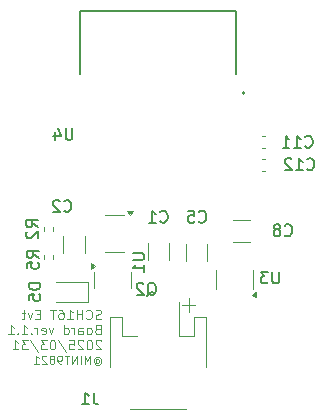
<source format=gbo>
G04 #@! TF.GenerationSoftware,KiCad,Pcbnew,7.0.11*
G04 #@! TF.CreationDate,2025-04-13T23:55:20+09:00*
G04 #@! TF.ProjectId,sch16t_evt,73636831-3674-45f6-9576-742e6b696361,rev?*
G04 #@! TF.SameCoordinates,Original*
G04 #@! TF.FileFunction,Legend,Bot*
G04 #@! TF.FilePolarity,Positive*
%FSLAX46Y46*%
G04 Gerber Fmt 4.6, Leading zero omitted, Abs format (unit mm)*
G04 Created by KiCad (PCBNEW 7.0.11) date 2025-04-13 23:55:20*
%MOMM*%
%LPD*%
G01*
G04 APERTURE LIST*
%ADD10C,0.100000*%
%ADD11C,0.150000*%
%ADD12C,0.120000*%
%ADD13C,0.127000*%
%ADD14C,0.200000*%
G04 APERTURE END LIST*
D10*
X153177068Y-105539800D02*
X152034211Y-105539800D01*
X152605639Y-106111228D02*
X152605639Y-104968371D01*
X144734211Y-110175800D02*
X144767544Y-110142466D01*
X144767544Y-110142466D02*
X144834211Y-110109133D01*
X144834211Y-110109133D02*
X144900877Y-110109133D01*
X144900877Y-110109133D02*
X144967544Y-110142466D01*
X144967544Y-110142466D02*
X145000877Y-110175800D01*
X145000877Y-110175800D02*
X145034211Y-110242466D01*
X145034211Y-110242466D02*
X145034211Y-110309133D01*
X145034211Y-110309133D02*
X145000877Y-110375800D01*
X145000877Y-110375800D02*
X144967544Y-110409133D01*
X144967544Y-110409133D02*
X144900877Y-110442466D01*
X144900877Y-110442466D02*
X144834211Y-110442466D01*
X144834211Y-110442466D02*
X144767544Y-110409133D01*
X144767544Y-110409133D02*
X144734211Y-110375800D01*
X144734211Y-110109133D02*
X144734211Y-110375800D01*
X144734211Y-110375800D02*
X144700877Y-110409133D01*
X144700877Y-110409133D02*
X144667544Y-110409133D01*
X144667544Y-110409133D02*
X144600877Y-110375800D01*
X144600877Y-110375800D02*
X144567544Y-110309133D01*
X144567544Y-110309133D02*
X144567544Y-110142466D01*
X144567544Y-110142466D02*
X144634211Y-110042466D01*
X144634211Y-110042466D02*
X144734211Y-109975800D01*
X144734211Y-109975800D02*
X144867544Y-109942466D01*
X144867544Y-109942466D02*
X145000877Y-109975800D01*
X145000877Y-109975800D02*
X145100877Y-110042466D01*
X145100877Y-110042466D02*
X145167544Y-110142466D01*
X145167544Y-110142466D02*
X145200877Y-110275800D01*
X145200877Y-110275800D02*
X145167544Y-110409133D01*
X145167544Y-110409133D02*
X145100877Y-110509133D01*
X145100877Y-110509133D02*
X145000877Y-110575800D01*
X145000877Y-110575800D02*
X144867544Y-110609133D01*
X144867544Y-110609133D02*
X144734211Y-110575800D01*
X144734211Y-110575800D02*
X144634211Y-110509133D01*
X144267544Y-110509133D02*
X144267544Y-109809133D01*
X144267544Y-109809133D02*
X144034211Y-110309133D01*
X144034211Y-110309133D02*
X143800877Y-109809133D01*
X143800877Y-109809133D02*
X143800877Y-110509133D01*
X143467544Y-110509133D02*
X143467544Y-109809133D01*
X143134211Y-110509133D02*
X143134211Y-109809133D01*
X143134211Y-109809133D02*
X142734211Y-110509133D01*
X142734211Y-110509133D02*
X142734211Y-109809133D01*
X142500878Y-109809133D02*
X142100878Y-109809133D01*
X142300878Y-110509133D02*
X142300878Y-109809133D01*
X141834212Y-110509133D02*
X141700878Y-110509133D01*
X141700878Y-110509133D02*
X141634212Y-110475800D01*
X141634212Y-110475800D02*
X141600878Y-110442466D01*
X141600878Y-110442466D02*
X141534212Y-110342466D01*
X141534212Y-110342466D02*
X141500878Y-110209133D01*
X141500878Y-110209133D02*
X141500878Y-109942466D01*
X141500878Y-109942466D02*
X141534212Y-109875800D01*
X141534212Y-109875800D02*
X141567545Y-109842466D01*
X141567545Y-109842466D02*
X141634212Y-109809133D01*
X141634212Y-109809133D02*
X141767545Y-109809133D01*
X141767545Y-109809133D02*
X141834212Y-109842466D01*
X141834212Y-109842466D02*
X141867545Y-109875800D01*
X141867545Y-109875800D02*
X141900878Y-109942466D01*
X141900878Y-109942466D02*
X141900878Y-110109133D01*
X141900878Y-110109133D02*
X141867545Y-110175800D01*
X141867545Y-110175800D02*
X141834212Y-110209133D01*
X141834212Y-110209133D02*
X141767545Y-110242466D01*
X141767545Y-110242466D02*
X141634212Y-110242466D01*
X141634212Y-110242466D02*
X141567545Y-110209133D01*
X141567545Y-110209133D02*
X141534212Y-110175800D01*
X141534212Y-110175800D02*
X141500878Y-110109133D01*
X141100878Y-110109133D02*
X141167545Y-110075800D01*
X141167545Y-110075800D02*
X141200878Y-110042466D01*
X141200878Y-110042466D02*
X141234211Y-109975800D01*
X141234211Y-109975800D02*
X141234211Y-109942466D01*
X141234211Y-109942466D02*
X141200878Y-109875800D01*
X141200878Y-109875800D02*
X141167545Y-109842466D01*
X141167545Y-109842466D02*
X141100878Y-109809133D01*
X141100878Y-109809133D02*
X140967545Y-109809133D01*
X140967545Y-109809133D02*
X140900878Y-109842466D01*
X140900878Y-109842466D02*
X140867545Y-109875800D01*
X140867545Y-109875800D02*
X140834211Y-109942466D01*
X140834211Y-109942466D02*
X140834211Y-109975800D01*
X140834211Y-109975800D02*
X140867545Y-110042466D01*
X140867545Y-110042466D02*
X140900878Y-110075800D01*
X140900878Y-110075800D02*
X140967545Y-110109133D01*
X140967545Y-110109133D02*
X141100878Y-110109133D01*
X141100878Y-110109133D02*
X141167545Y-110142466D01*
X141167545Y-110142466D02*
X141200878Y-110175800D01*
X141200878Y-110175800D02*
X141234211Y-110242466D01*
X141234211Y-110242466D02*
X141234211Y-110375800D01*
X141234211Y-110375800D02*
X141200878Y-110442466D01*
X141200878Y-110442466D02*
X141167545Y-110475800D01*
X141167545Y-110475800D02*
X141100878Y-110509133D01*
X141100878Y-110509133D02*
X140967545Y-110509133D01*
X140967545Y-110509133D02*
X140900878Y-110475800D01*
X140900878Y-110475800D02*
X140867545Y-110442466D01*
X140867545Y-110442466D02*
X140834211Y-110375800D01*
X140834211Y-110375800D02*
X140834211Y-110242466D01*
X140834211Y-110242466D02*
X140867545Y-110175800D01*
X140867545Y-110175800D02*
X140900878Y-110142466D01*
X140900878Y-110142466D02*
X140967545Y-110109133D01*
X140567544Y-109875800D02*
X140534211Y-109842466D01*
X140534211Y-109842466D02*
X140467544Y-109809133D01*
X140467544Y-109809133D02*
X140300878Y-109809133D01*
X140300878Y-109809133D02*
X140234211Y-109842466D01*
X140234211Y-109842466D02*
X140200878Y-109875800D01*
X140200878Y-109875800D02*
X140167544Y-109942466D01*
X140167544Y-109942466D02*
X140167544Y-110009133D01*
X140167544Y-110009133D02*
X140200878Y-110109133D01*
X140200878Y-110109133D02*
X140600878Y-110509133D01*
X140600878Y-110509133D02*
X140167544Y-110509133D01*
X139500877Y-110509133D02*
X139900877Y-110509133D01*
X139700877Y-110509133D02*
X139700877Y-109809133D01*
X139700877Y-109809133D02*
X139767544Y-109909133D01*
X139767544Y-109909133D02*
X139834211Y-109975800D01*
X139834211Y-109975800D02*
X139900877Y-110009133D01*
X145181830Y-106682800D02*
X145067544Y-106720895D01*
X145067544Y-106720895D02*
X144877068Y-106720895D01*
X144877068Y-106720895D02*
X144800877Y-106682800D01*
X144800877Y-106682800D02*
X144762782Y-106644704D01*
X144762782Y-106644704D02*
X144724687Y-106568514D01*
X144724687Y-106568514D02*
X144724687Y-106492323D01*
X144724687Y-106492323D02*
X144762782Y-106416133D01*
X144762782Y-106416133D02*
X144800877Y-106378038D01*
X144800877Y-106378038D02*
X144877068Y-106339942D01*
X144877068Y-106339942D02*
X145029449Y-106301847D01*
X145029449Y-106301847D02*
X145105639Y-106263752D01*
X145105639Y-106263752D02*
X145143734Y-106225657D01*
X145143734Y-106225657D02*
X145181830Y-106149466D01*
X145181830Y-106149466D02*
X145181830Y-106073276D01*
X145181830Y-106073276D02*
X145143734Y-105997085D01*
X145143734Y-105997085D02*
X145105639Y-105958990D01*
X145105639Y-105958990D02*
X145029449Y-105920895D01*
X145029449Y-105920895D02*
X144838972Y-105920895D01*
X144838972Y-105920895D02*
X144724687Y-105958990D01*
X143924686Y-106644704D02*
X143962782Y-106682800D01*
X143962782Y-106682800D02*
X144077067Y-106720895D01*
X144077067Y-106720895D02*
X144153258Y-106720895D01*
X144153258Y-106720895D02*
X144267544Y-106682800D01*
X144267544Y-106682800D02*
X144343734Y-106606609D01*
X144343734Y-106606609D02*
X144381829Y-106530419D01*
X144381829Y-106530419D02*
X144419925Y-106378038D01*
X144419925Y-106378038D02*
X144419925Y-106263752D01*
X144419925Y-106263752D02*
X144381829Y-106111371D01*
X144381829Y-106111371D02*
X144343734Y-106035180D01*
X144343734Y-106035180D02*
X144267544Y-105958990D01*
X144267544Y-105958990D02*
X144153258Y-105920895D01*
X144153258Y-105920895D02*
X144077067Y-105920895D01*
X144077067Y-105920895D02*
X143962782Y-105958990D01*
X143962782Y-105958990D02*
X143924686Y-105997085D01*
X143581829Y-106720895D02*
X143581829Y-105920895D01*
X143581829Y-106301847D02*
X143124686Y-106301847D01*
X143124686Y-106720895D02*
X143124686Y-105920895D01*
X142324687Y-106720895D02*
X142781830Y-106720895D01*
X142553258Y-106720895D02*
X142553258Y-105920895D01*
X142553258Y-105920895D02*
X142629449Y-106035180D01*
X142629449Y-106035180D02*
X142705639Y-106111371D01*
X142705639Y-106111371D02*
X142781830Y-106149466D01*
X141638972Y-105920895D02*
X141791353Y-105920895D01*
X141791353Y-105920895D02*
X141867544Y-105958990D01*
X141867544Y-105958990D02*
X141905639Y-105997085D01*
X141905639Y-105997085D02*
X141981829Y-106111371D01*
X141981829Y-106111371D02*
X142019925Y-106263752D01*
X142019925Y-106263752D02*
X142019925Y-106568514D01*
X142019925Y-106568514D02*
X141981829Y-106644704D01*
X141981829Y-106644704D02*
X141943734Y-106682800D01*
X141943734Y-106682800D02*
X141867544Y-106720895D01*
X141867544Y-106720895D02*
X141715163Y-106720895D01*
X141715163Y-106720895D02*
X141638972Y-106682800D01*
X141638972Y-106682800D02*
X141600877Y-106644704D01*
X141600877Y-106644704D02*
X141562782Y-106568514D01*
X141562782Y-106568514D02*
X141562782Y-106378038D01*
X141562782Y-106378038D02*
X141600877Y-106301847D01*
X141600877Y-106301847D02*
X141638972Y-106263752D01*
X141638972Y-106263752D02*
X141715163Y-106225657D01*
X141715163Y-106225657D02*
X141867544Y-106225657D01*
X141867544Y-106225657D02*
X141943734Y-106263752D01*
X141943734Y-106263752D02*
X141981829Y-106301847D01*
X141981829Y-106301847D02*
X142019925Y-106378038D01*
X141334210Y-105920895D02*
X140877067Y-105920895D01*
X141105639Y-106720895D02*
X141105639Y-105920895D01*
X140000876Y-106301847D02*
X139734210Y-106301847D01*
X139619924Y-106720895D02*
X140000876Y-106720895D01*
X140000876Y-106720895D02*
X140000876Y-105920895D01*
X140000876Y-105920895D02*
X139619924Y-105920895D01*
X139353257Y-106187561D02*
X139162781Y-106720895D01*
X139162781Y-106720895D02*
X138972304Y-106187561D01*
X138781828Y-106187561D02*
X138477066Y-106187561D01*
X138667542Y-105920895D02*
X138667542Y-106606609D01*
X138667542Y-106606609D02*
X138629447Y-106682800D01*
X138629447Y-106682800D02*
X138553257Y-106720895D01*
X138553257Y-106720895D02*
X138477066Y-106720895D01*
X144877068Y-107589847D02*
X144762782Y-107627942D01*
X144762782Y-107627942D02*
X144724687Y-107666038D01*
X144724687Y-107666038D02*
X144686591Y-107742228D01*
X144686591Y-107742228D02*
X144686591Y-107856514D01*
X144686591Y-107856514D02*
X144724687Y-107932704D01*
X144724687Y-107932704D02*
X144762782Y-107970800D01*
X144762782Y-107970800D02*
X144838972Y-108008895D01*
X144838972Y-108008895D02*
X145143734Y-108008895D01*
X145143734Y-108008895D02*
X145143734Y-107208895D01*
X145143734Y-107208895D02*
X144877068Y-107208895D01*
X144877068Y-107208895D02*
X144800877Y-107246990D01*
X144800877Y-107246990D02*
X144762782Y-107285085D01*
X144762782Y-107285085D02*
X144724687Y-107361276D01*
X144724687Y-107361276D02*
X144724687Y-107437466D01*
X144724687Y-107437466D02*
X144762782Y-107513657D01*
X144762782Y-107513657D02*
X144800877Y-107551752D01*
X144800877Y-107551752D02*
X144877068Y-107589847D01*
X144877068Y-107589847D02*
X145143734Y-107589847D01*
X144229449Y-108008895D02*
X144305639Y-107970800D01*
X144305639Y-107970800D02*
X144343734Y-107932704D01*
X144343734Y-107932704D02*
X144381830Y-107856514D01*
X144381830Y-107856514D02*
X144381830Y-107627942D01*
X144381830Y-107627942D02*
X144343734Y-107551752D01*
X144343734Y-107551752D02*
X144305639Y-107513657D01*
X144305639Y-107513657D02*
X144229449Y-107475561D01*
X144229449Y-107475561D02*
X144115163Y-107475561D01*
X144115163Y-107475561D02*
X144038972Y-107513657D01*
X144038972Y-107513657D02*
X144000877Y-107551752D01*
X144000877Y-107551752D02*
X143962782Y-107627942D01*
X143962782Y-107627942D02*
X143962782Y-107856514D01*
X143962782Y-107856514D02*
X144000877Y-107932704D01*
X144000877Y-107932704D02*
X144038972Y-107970800D01*
X144038972Y-107970800D02*
X144115163Y-108008895D01*
X144115163Y-108008895D02*
X144229449Y-108008895D01*
X143277067Y-108008895D02*
X143277067Y-107589847D01*
X143277067Y-107589847D02*
X143315162Y-107513657D01*
X143315162Y-107513657D02*
X143391353Y-107475561D01*
X143391353Y-107475561D02*
X143543734Y-107475561D01*
X143543734Y-107475561D02*
X143619924Y-107513657D01*
X143277067Y-107970800D02*
X143353258Y-108008895D01*
X143353258Y-108008895D02*
X143543734Y-108008895D01*
X143543734Y-108008895D02*
X143619924Y-107970800D01*
X143619924Y-107970800D02*
X143658020Y-107894609D01*
X143658020Y-107894609D02*
X143658020Y-107818419D01*
X143658020Y-107818419D02*
X143619924Y-107742228D01*
X143619924Y-107742228D02*
X143543734Y-107704133D01*
X143543734Y-107704133D02*
X143353258Y-107704133D01*
X143353258Y-107704133D02*
X143277067Y-107666038D01*
X142896114Y-108008895D02*
X142896114Y-107475561D01*
X142896114Y-107627942D02*
X142858019Y-107551752D01*
X142858019Y-107551752D02*
X142819924Y-107513657D01*
X142819924Y-107513657D02*
X142743733Y-107475561D01*
X142743733Y-107475561D02*
X142667543Y-107475561D01*
X142058019Y-108008895D02*
X142058019Y-107208895D01*
X142058019Y-107970800D02*
X142134210Y-108008895D01*
X142134210Y-108008895D02*
X142286591Y-108008895D01*
X142286591Y-108008895D02*
X142362781Y-107970800D01*
X142362781Y-107970800D02*
X142400876Y-107932704D01*
X142400876Y-107932704D02*
X142438972Y-107856514D01*
X142438972Y-107856514D02*
X142438972Y-107627942D01*
X142438972Y-107627942D02*
X142400876Y-107551752D01*
X142400876Y-107551752D02*
X142362781Y-107513657D01*
X142362781Y-107513657D02*
X142286591Y-107475561D01*
X142286591Y-107475561D02*
X142134210Y-107475561D01*
X142134210Y-107475561D02*
X142058019Y-107513657D01*
X141143733Y-107475561D02*
X140953257Y-108008895D01*
X140953257Y-108008895D02*
X140762780Y-107475561D01*
X140153256Y-107970800D02*
X140229447Y-108008895D01*
X140229447Y-108008895D02*
X140381828Y-108008895D01*
X140381828Y-108008895D02*
X140458018Y-107970800D01*
X140458018Y-107970800D02*
X140496114Y-107894609D01*
X140496114Y-107894609D02*
X140496114Y-107589847D01*
X140496114Y-107589847D02*
X140458018Y-107513657D01*
X140458018Y-107513657D02*
X140381828Y-107475561D01*
X140381828Y-107475561D02*
X140229447Y-107475561D01*
X140229447Y-107475561D02*
X140153256Y-107513657D01*
X140153256Y-107513657D02*
X140115161Y-107589847D01*
X140115161Y-107589847D02*
X140115161Y-107666038D01*
X140115161Y-107666038D02*
X140496114Y-107742228D01*
X139772304Y-108008895D02*
X139772304Y-107475561D01*
X139772304Y-107627942D02*
X139734209Y-107551752D01*
X139734209Y-107551752D02*
X139696114Y-107513657D01*
X139696114Y-107513657D02*
X139619923Y-107475561D01*
X139619923Y-107475561D02*
X139543733Y-107475561D01*
X139277066Y-107932704D02*
X139238971Y-107970800D01*
X139238971Y-107970800D02*
X139277066Y-108008895D01*
X139277066Y-108008895D02*
X139315162Y-107970800D01*
X139315162Y-107970800D02*
X139277066Y-107932704D01*
X139277066Y-107932704D02*
X139277066Y-108008895D01*
X138477067Y-108008895D02*
X138934210Y-108008895D01*
X138705638Y-108008895D02*
X138705638Y-107208895D01*
X138705638Y-107208895D02*
X138781829Y-107323180D01*
X138781829Y-107323180D02*
X138858019Y-107399371D01*
X138858019Y-107399371D02*
X138934210Y-107437466D01*
X138134209Y-107932704D02*
X138096114Y-107970800D01*
X138096114Y-107970800D02*
X138134209Y-108008895D01*
X138134209Y-108008895D02*
X138172305Y-107970800D01*
X138172305Y-107970800D02*
X138134209Y-107932704D01*
X138134209Y-107932704D02*
X138134209Y-108008895D01*
X137334210Y-108008895D02*
X137791353Y-108008895D01*
X137562781Y-108008895D02*
X137562781Y-107208895D01*
X137562781Y-107208895D02*
X137638972Y-107323180D01*
X137638972Y-107323180D02*
X137715162Y-107399371D01*
X137715162Y-107399371D02*
X137791353Y-107437466D01*
X145181830Y-108573085D02*
X145143734Y-108534990D01*
X145143734Y-108534990D02*
X145067544Y-108496895D01*
X145067544Y-108496895D02*
X144877068Y-108496895D01*
X144877068Y-108496895D02*
X144800877Y-108534990D01*
X144800877Y-108534990D02*
X144762782Y-108573085D01*
X144762782Y-108573085D02*
X144724687Y-108649276D01*
X144724687Y-108649276D02*
X144724687Y-108725466D01*
X144724687Y-108725466D02*
X144762782Y-108839752D01*
X144762782Y-108839752D02*
X145219925Y-109296895D01*
X145219925Y-109296895D02*
X144724687Y-109296895D01*
X144229448Y-108496895D02*
X144153258Y-108496895D01*
X144153258Y-108496895D02*
X144077067Y-108534990D01*
X144077067Y-108534990D02*
X144038972Y-108573085D01*
X144038972Y-108573085D02*
X144000877Y-108649276D01*
X144000877Y-108649276D02*
X143962782Y-108801657D01*
X143962782Y-108801657D02*
X143962782Y-108992133D01*
X143962782Y-108992133D02*
X144000877Y-109144514D01*
X144000877Y-109144514D02*
X144038972Y-109220704D01*
X144038972Y-109220704D02*
X144077067Y-109258800D01*
X144077067Y-109258800D02*
X144153258Y-109296895D01*
X144153258Y-109296895D02*
X144229448Y-109296895D01*
X144229448Y-109296895D02*
X144305639Y-109258800D01*
X144305639Y-109258800D02*
X144343734Y-109220704D01*
X144343734Y-109220704D02*
X144381829Y-109144514D01*
X144381829Y-109144514D02*
X144419925Y-108992133D01*
X144419925Y-108992133D02*
X144419925Y-108801657D01*
X144419925Y-108801657D02*
X144381829Y-108649276D01*
X144381829Y-108649276D02*
X144343734Y-108573085D01*
X144343734Y-108573085D02*
X144305639Y-108534990D01*
X144305639Y-108534990D02*
X144229448Y-108496895D01*
X143658020Y-108573085D02*
X143619924Y-108534990D01*
X143619924Y-108534990D02*
X143543734Y-108496895D01*
X143543734Y-108496895D02*
X143353258Y-108496895D01*
X143353258Y-108496895D02*
X143277067Y-108534990D01*
X143277067Y-108534990D02*
X143238972Y-108573085D01*
X143238972Y-108573085D02*
X143200877Y-108649276D01*
X143200877Y-108649276D02*
X143200877Y-108725466D01*
X143200877Y-108725466D02*
X143238972Y-108839752D01*
X143238972Y-108839752D02*
X143696115Y-109296895D01*
X143696115Y-109296895D02*
X143200877Y-109296895D01*
X142477067Y-108496895D02*
X142858019Y-108496895D01*
X142858019Y-108496895D02*
X142896115Y-108877847D01*
X142896115Y-108877847D02*
X142858019Y-108839752D01*
X142858019Y-108839752D02*
X142781829Y-108801657D01*
X142781829Y-108801657D02*
X142591353Y-108801657D01*
X142591353Y-108801657D02*
X142515162Y-108839752D01*
X142515162Y-108839752D02*
X142477067Y-108877847D01*
X142477067Y-108877847D02*
X142438972Y-108954038D01*
X142438972Y-108954038D02*
X142438972Y-109144514D01*
X142438972Y-109144514D02*
X142477067Y-109220704D01*
X142477067Y-109220704D02*
X142515162Y-109258800D01*
X142515162Y-109258800D02*
X142591353Y-109296895D01*
X142591353Y-109296895D02*
X142781829Y-109296895D01*
X142781829Y-109296895D02*
X142858019Y-109258800D01*
X142858019Y-109258800D02*
X142896115Y-109220704D01*
X141524686Y-108458800D02*
X142210400Y-109487371D01*
X141105638Y-108496895D02*
X141029448Y-108496895D01*
X141029448Y-108496895D02*
X140953257Y-108534990D01*
X140953257Y-108534990D02*
X140915162Y-108573085D01*
X140915162Y-108573085D02*
X140877067Y-108649276D01*
X140877067Y-108649276D02*
X140838972Y-108801657D01*
X140838972Y-108801657D02*
X140838972Y-108992133D01*
X140838972Y-108992133D02*
X140877067Y-109144514D01*
X140877067Y-109144514D02*
X140915162Y-109220704D01*
X140915162Y-109220704D02*
X140953257Y-109258800D01*
X140953257Y-109258800D02*
X141029448Y-109296895D01*
X141029448Y-109296895D02*
X141105638Y-109296895D01*
X141105638Y-109296895D02*
X141181829Y-109258800D01*
X141181829Y-109258800D02*
X141219924Y-109220704D01*
X141219924Y-109220704D02*
X141258019Y-109144514D01*
X141258019Y-109144514D02*
X141296115Y-108992133D01*
X141296115Y-108992133D02*
X141296115Y-108801657D01*
X141296115Y-108801657D02*
X141258019Y-108649276D01*
X141258019Y-108649276D02*
X141219924Y-108573085D01*
X141219924Y-108573085D02*
X141181829Y-108534990D01*
X141181829Y-108534990D02*
X141105638Y-108496895D01*
X140572305Y-108496895D02*
X140077067Y-108496895D01*
X140077067Y-108496895D02*
X140343733Y-108801657D01*
X140343733Y-108801657D02*
X140229448Y-108801657D01*
X140229448Y-108801657D02*
X140153257Y-108839752D01*
X140153257Y-108839752D02*
X140115162Y-108877847D01*
X140115162Y-108877847D02*
X140077067Y-108954038D01*
X140077067Y-108954038D02*
X140077067Y-109144514D01*
X140077067Y-109144514D02*
X140115162Y-109220704D01*
X140115162Y-109220704D02*
X140153257Y-109258800D01*
X140153257Y-109258800D02*
X140229448Y-109296895D01*
X140229448Y-109296895D02*
X140458019Y-109296895D01*
X140458019Y-109296895D02*
X140534210Y-109258800D01*
X140534210Y-109258800D02*
X140572305Y-109220704D01*
X139162781Y-108458800D02*
X139848495Y-109487371D01*
X138972305Y-108496895D02*
X138477067Y-108496895D01*
X138477067Y-108496895D02*
X138743733Y-108801657D01*
X138743733Y-108801657D02*
X138629448Y-108801657D01*
X138629448Y-108801657D02*
X138553257Y-108839752D01*
X138553257Y-108839752D02*
X138515162Y-108877847D01*
X138515162Y-108877847D02*
X138477067Y-108954038D01*
X138477067Y-108954038D02*
X138477067Y-109144514D01*
X138477067Y-109144514D02*
X138515162Y-109220704D01*
X138515162Y-109220704D02*
X138553257Y-109258800D01*
X138553257Y-109258800D02*
X138629448Y-109296895D01*
X138629448Y-109296895D02*
X138858019Y-109296895D01*
X138858019Y-109296895D02*
X138934210Y-109258800D01*
X138934210Y-109258800D02*
X138972305Y-109220704D01*
X137715162Y-109296895D02*
X138172305Y-109296895D01*
X137943733Y-109296895D02*
X137943733Y-108496895D01*
X137943733Y-108496895D02*
X138019924Y-108611180D01*
X138019924Y-108611180D02*
X138096114Y-108687371D01*
X138096114Y-108687371D02*
X138172305Y-108725466D01*
D11*
X160741666Y-99609580D02*
X160789285Y-99657200D01*
X160789285Y-99657200D02*
X160932142Y-99704819D01*
X160932142Y-99704819D02*
X161027380Y-99704819D01*
X161027380Y-99704819D02*
X161170237Y-99657200D01*
X161170237Y-99657200D02*
X161265475Y-99561961D01*
X161265475Y-99561961D02*
X161313094Y-99466723D01*
X161313094Y-99466723D02*
X161360713Y-99276247D01*
X161360713Y-99276247D02*
X161360713Y-99133390D01*
X161360713Y-99133390D02*
X161313094Y-98942914D01*
X161313094Y-98942914D02*
X161265475Y-98847676D01*
X161265475Y-98847676D02*
X161170237Y-98752438D01*
X161170237Y-98752438D02*
X161027380Y-98704819D01*
X161027380Y-98704819D02*
X160932142Y-98704819D01*
X160932142Y-98704819D02*
X160789285Y-98752438D01*
X160789285Y-98752438D02*
X160741666Y-98800057D01*
X160170237Y-99133390D02*
X160265475Y-99085771D01*
X160265475Y-99085771D02*
X160313094Y-99038152D01*
X160313094Y-99038152D02*
X160360713Y-98942914D01*
X160360713Y-98942914D02*
X160360713Y-98895295D01*
X160360713Y-98895295D02*
X160313094Y-98800057D01*
X160313094Y-98800057D02*
X160265475Y-98752438D01*
X160265475Y-98752438D02*
X160170237Y-98704819D01*
X160170237Y-98704819D02*
X159979761Y-98704819D01*
X159979761Y-98704819D02*
X159884523Y-98752438D01*
X159884523Y-98752438D02*
X159836904Y-98800057D01*
X159836904Y-98800057D02*
X159789285Y-98895295D01*
X159789285Y-98895295D02*
X159789285Y-98942914D01*
X159789285Y-98942914D02*
X159836904Y-99038152D01*
X159836904Y-99038152D02*
X159884523Y-99085771D01*
X159884523Y-99085771D02*
X159979761Y-99133390D01*
X159979761Y-99133390D02*
X160170237Y-99133390D01*
X160170237Y-99133390D02*
X160265475Y-99181009D01*
X160265475Y-99181009D02*
X160313094Y-99228628D01*
X160313094Y-99228628D02*
X160360713Y-99323866D01*
X160360713Y-99323866D02*
X160360713Y-99514342D01*
X160360713Y-99514342D02*
X160313094Y-99609580D01*
X160313094Y-99609580D02*
X160265475Y-99657200D01*
X160265475Y-99657200D02*
X160170237Y-99704819D01*
X160170237Y-99704819D02*
X159979761Y-99704819D01*
X159979761Y-99704819D02*
X159884523Y-99657200D01*
X159884523Y-99657200D02*
X159836904Y-99609580D01*
X159836904Y-99609580D02*
X159789285Y-99514342D01*
X159789285Y-99514342D02*
X159789285Y-99323866D01*
X159789285Y-99323866D02*
X159836904Y-99228628D01*
X159836904Y-99228628D02*
X159884523Y-99181009D01*
X159884523Y-99181009D02*
X159979761Y-99133390D01*
X153466666Y-98459580D02*
X153514285Y-98507200D01*
X153514285Y-98507200D02*
X153657142Y-98554819D01*
X153657142Y-98554819D02*
X153752380Y-98554819D01*
X153752380Y-98554819D02*
X153895237Y-98507200D01*
X153895237Y-98507200D02*
X153990475Y-98411961D01*
X153990475Y-98411961D02*
X154038094Y-98316723D01*
X154038094Y-98316723D02*
X154085713Y-98126247D01*
X154085713Y-98126247D02*
X154085713Y-97983390D01*
X154085713Y-97983390D02*
X154038094Y-97792914D01*
X154038094Y-97792914D02*
X153990475Y-97697676D01*
X153990475Y-97697676D02*
X153895237Y-97602438D01*
X153895237Y-97602438D02*
X153752380Y-97554819D01*
X153752380Y-97554819D02*
X153657142Y-97554819D01*
X153657142Y-97554819D02*
X153514285Y-97602438D01*
X153514285Y-97602438D02*
X153466666Y-97650057D01*
X152561904Y-97554819D02*
X153038094Y-97554819D01*
X153038094Y-97554819D02*
X153085713Y-98031009D01*
X153085713Y-98031009D02*
X153038094Y-97983390D01*
X153038094Y-97983390D02*
X152942856Y-97935771D01*
X152942856Y-97935771D02*
X152704761Y-97935771D01*
X152704761Y-97935771D02*
X152609523Y-97983390D01*
X152609523Y-97983390D02*
X152561904Y-98031009D01*
X152561904Y-98031009D02*
X152514285Y-98126247D01*
X152514285Y-98126247D02*
X152514285Y-98364342D01*
X152514285Y-98364342D02*
X152561904Y-98459580D01*
X152561904Y-98459580D02*
X152609523Y-98507200D01*
X152609523Y-98507200D02*
X152704761Y-98554819D01*
X152704761Y-98554819D02*
X152942856Y-98554819D01*
X152942856Y-98554819D02*
X153038094Y-98507200D01*
X153038094Y-98507200D02*
X153085713Y-98459580D01*
X160261904Y-102704819D02*
X160261904Y-103514342D01*
X160261904Y-103514342D02*
X160214285Y-103609580D01*
X160214285Y-103609580D02*
X160166666Y-103657200D01*
X160166666Y-103657200D02*
X160071428Y-103704819D01*
X160071428Y-103704819D02*
X159880952Y-103704819D01*
X159880952Y-103704819D02*
X159785714Y-103657200D01*
X159785714Y-103657200D02*
X159738095Y-103609580D01*
X159738095Y-103609580D02*
X159690476Y-103514342D01*
X159690476Y-103514342D02*
X159690476Y-102704819D01*
X159309523Y-102704819D02*
X158690476Y-102704819D01*
X158690476Y-102704819D02*
X159023809Y-103085771D01*
X159023809Y-103085771D02*
X158880952Y-103085771D01*
X158880952Y-103085771D02*
X158785714Y-103133390D01*
X158785714Y-103133390D02*
X158738095Y-103181009D01*
X158738095Y-103181009D02*
X158690476Y-103276247D01*
X158690476Y-103276247D02*
X158690476Y-103514342D01*
X158690476Y-103514342D02*
X158738095Y-103609580D01*
X158738095Y-103609580D02*
X158785714Y-103657200D01*
X158785714Y-103657200D02*
X158880952Y-103704819D01*
X158880952Y-103704819D02*
X159166666Y-103704819D01*
X159166666Y-103704819D02*
X159261904Y-103657200D01*
X159261904Y-103657200D02*
X159309523Y-103609580D01*
X162472857Y-92109580D02*
X162520476Y-92157200D01*
X162520476Y-92157200D02*
X162663333Y-92204819D01*
X162663333Y-92204819D02*
X162758571Y-92204819D01*
X162758571Y-92204819D02*
X162901428Y-92157200D01*
X162901428Y-92157200D02*
X162996666Y-92061961D01*
X162996666Y-92061961D02*
X163044285Y-91966723D01*
X163044285Y-91966723D02*
X163091904Y-91776247D01*
X163091904Y-91776247D02*
X163091904Y-91633390D01*
X163091904Y-91633390D02*
X163044285Y-91442914D01*
X163044285Y-91442914D02*
X162996666Y-91347676D01*
X162996666Y-91347676D02*
X162901428Y-91252438D01*
X162901428Y-91252438D02*
X162758571Y-91204819D01*
X162758571Y-91204819D02*
X162663333Y-91204819D01*
X162663333Y-91204819D02*
X162520476Y-91252438D01*
X162520476Y-91252438D02*
X162472857Y-91300057D01*
X161520476Y-92204819D02*
X162091904Y-92204819D01*
X161806190Y-92204819D02*
X161806190Y-91204819D01*
X161806190Y-91204819D02*
X161901428Y-91347676D01*
X161901428Y-91347676D02*
X161996666Y-91442914D01*
X161996666Y-91442914D02*
X162091904Y-91490533D01*
X160568095Y-92204819D02*
X161139523Y-92204819D01*
X160853809Y-92204819D02*
X160853809Y-91204819D01*
X160853809Y-91204819D02*
X160949047Y-91347676D01*
X160949047Y-91347676D02*
X161044285Y-91442914D01*
X161044285Y-91442914D02*
X161139523Y-91490533D01*
X149095238Y-104750057D02*
X149190476Y-104702438D01*
X149190476Y-104702438D02*
X149285714Y-104607200D01*
X149285714Y-104607200D02*
X149428571Y-104464342D01*
X149428571Y-104464342D02*
X149523809Y-104416723D01*
X149523809Y-104416723D02*
X149619047Y-104416723D01*
X149571428Y-104654819D02*
X149666666Y-104607200D01*
X149666666Y-104607200D02*
X149761904Y-104511961D01*
X149761904Y-104511961D02*
X149809523Y-104321485D01*
X149809523Y-104321485D02*
X149809523Y-103988152D01*
X149809523Y-103988152D02*
X149761904Y-103797676D01*
X149761904Y-103797676D02*
X149666666Y-103702438D01*
X149666666Y-103702438D02*
X149571428Y-103654819D01*
X149571428Y-103654819D02*
X149380952Y-103654819D01*
X149380952Y-103654819D02*
X149285714Y-103702438D01*
X149285714Y-103702438D02*
X149190476Y-103797676D01*
X149190476Y-103797676D02*
X149142857Y-103988152D01*
X149142857Y-103988152D02*
X149142857Y-104321485D01*
X149142857Y-104321485D02*
X149190476Y-104511961D01*
X149190476Y-104511961D02*
X149285714Y-104607200D01*
X149285714Y-104607200D02*
X149380952Y-104654819D01*
X149380952Y-104654819D02*
X149571428Y-104654819D01*
X148761904Y-103750057D02*
X148714285Y-103702438D01*
X148714285Y-103702438D02*
X148619047Y-103654819D01*
X148619047Y-103654819D02*
X148380952Y-103654819D01*
X148380952Y-103654819D02*
X148285714Y-103702438D01*
X148285714Y-103702438D02*
X148238095Y-103750057D01*
X148238095Y-103750057D02*
X148190476Y-103845295D01*
X148190476Y-103845295D02*
X148190476Y-103940533D01*
X148190476Y-103940533D02*
X148238095Y-104083390D01*
X148238095Y-104083390D02*
X148809523Y-104654819D01*
X148809523Y-104654819D02*
X148190476Y-104654819D01*
X144583333Y-112954819D02*
X144583333Y-113669104D01*
X144583333Y-113669104D02*
X144630952Y-113811961D01*
X144630952Y-113811961D02*
X144726190Y-113907200D01*
X144726190Y-113907200D02*
X144869047Y-113954819D01*
X144869047Y-113954819D02*
X144964285Y-113954819D01*
X143583333Y-113954819D02*
X144154761Y-113954819D01*
X143869047Y-113954819D02*
X143869047Y-112954819D01*
X143869047Y-112954819D02*
X143964285Y-113097676D01*
X143964285Y-113097676D02*
X144059523Y-113192914D01*
X144059523Y-113192914D02*
X144154761Y-113240533D01*
X142066666Y-97559580D02*
X142114285Y-97607200D01*
X142114285Y-97607200D02*
X142257142Y-97654819D01*
X142257142Y-97654819D02*
X142352380Y-97654819D01*
X142352380Y-97654819D02*
X142495237Y-97607200D01*
X142495237Y-97607200D02*
X142590475Y-97511961D01*
X142590475Y-97511961D02*
X142638094Y-97416723D01*
X142638094Y-97416723D02*
X142685713Y-97226247D01*
X142685713Y-97226247D02*
X142685713Y-97083390D01*
X142685713Y-97083390D02*
X142638094Y-96892914D01*
X142638094Y-96892914D02*
X142590475Y-96797676D01*
X142590475Y-96797676D02*
X142495237Y-96702438D01*
X142495237Y-96702438D02*
X142352380Y-96654819D01*
X142352380Y-96654819D02*
X142257142Y-96654819D01*
X142257142Y-96654819D02*
X142114285Y-96702438D01*
X142114285Y-96702438D02*
X142066666Y-96750057D01*
X141685713Y-96750057D02*
X141638094Y-96702438D01*
X141638094Y-96702438D02*
X141542856Y-96654819D01*
X141542856Y-96654819D02*
X141304761Y-96654819D01*
X141304761Y-96654819D02*
X141209523Y-96702438D01*
X141209523Y-96702438D02*
X141161904Y-96750057D01*
X141161904Y-96750057D02*
X141114285Y-96845295D01*
X141114285Y-96845295D02*
X141114285Y-96940533D01*
X141114285Y-96940533D02*
X141161904Y-97083390D01*
X141161904Y-97083390D02*
X141733332Y-97654819D01*
X141733332Y-97654819D02*
X141114285Y-97654819D01*
X139904819Y-101533333D02*
X139428628Y-101200000D01*
X139904819Y-100961905D02*
X138904819Y-100961905D01*
X138904819Y-100961905D02*
X138904819Y-101342857D01*
X138904819Y-101342857D02*
X138952438Y-101438095D01*
X138952438Y-101438095D02*
X139000057Y-101485714D01*
X139000057Y-101485714D02*
X139095295Y-101533333D01*
X139095295Y-101533333D02*
X139238152Y-101533333D01*
X139238152Y-101533333D02*
X139333390Y-101485714D01*
X139333390Y-101485714D02*
X139381009Y-101438095D01*
X139381009Y-101438095D02*
X139428628Y-101342857D01*
X139428628Y-101342857D02*
X139428628Y-100961905D01*
X138904819Y-102438095D02*
X138904819Y-101961905D01*
X138904819Y-101961905D02*
X139381009Y-101914286D01*
X139381009Y-101914286D02*
X139333390Y-101961905D01*
X139333390Y-101961905D02*
X139285771Y-102057143D01*
X139285771Y-102057143D02*
X139285771Y-102295238D01*
X139285771Y-102295238D02*
X139333390Y-102390476D01*
X139333390Y-102390476D02*
X139381009Y-102438095D01*
X139381009Y-102438095D02*
X139476247Y-102485714D01*
X139476247Y-102485714D02*
X139714342Y-102485714D01*
X139714342Y-102485714D02*
X139809580Y-102438095D01*
X139809580Y-102438095D02*
X139857200Y-102390476D01*
X139857200Y-102390476D02*
X139904819Y-102295238D01*
X139904819Y-102295238D02*
X139904819Y-102057143D01*
X139904819Y-102057143D02*
X139857200Y-101961905D01*
X139857200Y-101961905D02*
X139809580Y-101914286D01*
X147854819Y-101138095D02*
X148664342Y-101138095D01*
X148664342Y-101138095D02*
X148759580Y-101185714D01*
X148759580Y-101185714D02*
X148807200Y-101233333D01*
X148807200Y-101233333D02*
X148854819Y-101328571D01*
X148854819Y-101328571D02*
X148854819Y-101519047D01*
X148854819Y-101519047D02*
X148807200Y-101614285D01*
X148807200Y-101614285D02*
X148759580Y-101661904D01*
X148759580Y-101661904D02*
X148664342Y-101709523D01*
X148664342Y-101709523D02*
X147854819Y-101709523D01*
X148854819Y-102709523D02*
X148854819Y-102138095D01*
X148854819Y-102423809D02*
X147854819Y-102423809D01*
X147854819Y-102423809D02*
X147997676Y-102328571D01*
X147997676Y-102328571D02*
X148092914Y-102233333D01*
X148092914Y-102233333D02*
X148140533Y-102138095D01*
X139854819Y-98933333D02*
X139378628Y-98600000D01*
X139854819Y-98361905D02*
X138854819Y-98361905D01*
X138854819Y-98361905D02*
X138854819Y-98742857D01*
X138854819Y-98742857D02*
X138902438Y-98838095D01*
X138902438Y-98838095D02*
X138950057Y-98885714D01*
X138950057Y-98885714D02*
X139045295Y-98933333D01*
X139045295Y-98933333D02*
X139188152Y-98933333D01*
X139188152Y-98933333D02*
X139283390Y-98885714D01*
X139283390Y-98885714D02*
X139331009Y-98838095D01*
X139331009Y-98838095D02*
X139378628Y-98742857D01*
X139378628Y-98742857D02*
X139378628Y-98361905D01*
X138950057Y-99314286D02*
X138902438Y-99361905D01*
X138902438Y-99361905D02*
X138854819Y-99457143D01*
X138854819Y-99457143D02*
X138854819Y-99695238D01*
X138854819Y-99695238D02*
X138902438Y-99790476D01*
X138902438Y-99790476D02*
X138950057Y-99838095D01*
X138950057Y-99838095D02*
X139045295Y-99885714D01*
X139045295Y-99885714D02*
X139140533Y-99885714D01*
X139140533Y-99885714D02*
X139283390Y-99838095D01*
X139283390Y-99838095D02*
X139854819Y-99266667D01*
X139854819Y-99266667D02*
X139854819Y-99885714D01*
X142761904Y-90554819D02*
X142761904Y-91364342D01*
X142761904Y-91364342D02*
X142714285Y-91459580D01*
X142714285Y-91459580D02*
X142666666Y-91507200D01*
X142666666Y-91507200D02*
X142571428Y-91554819D01*
X142571428Y-91554819D02*
X142380952Y-91554819D01*
X142380952Y-91554819D02*
X142285714Y-91507200D01*
X142285714Y-91507200D02*
X142238095Y-91459580D01*
X142238095Y-91459580D02*
X142190476Y-91364342D01*
X142190476Y-91364342D02*
X142190476Y-90554819D01*
X141285714Y-90888152D02*
X141285714Y-91554819D01*
X141523809Y-90507200D02*
X141761904Y-91221485D01*
X141761904Y-91221485D02*
X141142857Y-91221485D01*
X150204166Y-98459580D02*
X150251785Y-98507200D01*
X150251785Y-98507200D02*
X150394642Y-98554819D01*
X150394642Y-98554819D02*
X150489880Y-98554819D01*
X150489880Y-98554819D02*
X150632737Y-98507200D01*
X150632737Y-98507200D02*
X150727975Y-98411961D01*
X150727975Y-98411961D02*
X150775594Y-98316723D01*
X150775594Y-98316723D02*
X150823213Y-98126247D01*
X150823213Y-98126247D02*
X150823213Y-97983390D01*
X150823213Y-97983390D02*
X150775594Y-97792914D01*
X150775594Y-97792914D02*
X150727975Y-97697676D01*
X150727975Y-97697676D02*
X150632737Y-97602438D01*
X150632737Y-97602438D02*
X150489880Y-97554819D01*
X150489880Y-97554819D02*
X150394642Y-97554819D01*
X150394642Y-97554819D02*
X150251785Y-97602438D01*
X150251785Y-97602438D02*
X150204166Y-97650057D01*
X149251785Y-98554819D02*
X149823213Y-98554819D01*
X149537499Y-98554819D02*
X149537499Y-97554819D01*
X149537499Y-97554819D02*
X149632737Y-97697676D01*
X149632737Y-97697676D02*
X149727975Y-97792914D01*
X149727975Y-97792914D02*
X149823213Y-97840533D01*
X140054819Y-103661905D02*
X139054819Y-103661905D01*
X139054819Y-103661905D02*
X139054819Y-103900000D01*
X139054819Y-103900000D02*
X139102438Y-104042857D01*
X139102438Y-104042857D02*
X139197676Y-104138095D01*
X139197676Y-104138095D02*
X139292914Y-104185714D01*
X139292914Y-104185714D02*
X139483390Y-104233333D01*
X139483390Y-104233333D02*
X139626247Y-104233333D01*
X139626247Y-104233333D02*
X139816723Y-104185714D01*
X139816723Y-104185714D02*
X139911961Y-104138095D01*
X139911961Y-104138095D02*
X140007200Y-104042857D01*
X140007200Y-104042857D02*
X140054819Y-103900000D01*
X140054819Y-103900000D02*
X140054819Y-103661905D01*
X139054819Y-105138095D02*
X139054819Y-104661905D01*
X139054819Y-104661905D02*
X139531009Y-104614286D01*
X139531009Y-104614286D02*
X139483390Y-104661905D01*
X139483390Y-104661905D02*
X139435771Y-104757143D01*
X139435771Y-104757143D02*
X139435771Y-104995238D01*
X139435771Y-104995238D02*
X139483390Y-105090476D01*
X139483390Y-105090476D02*
X139531009Y-105138095D01*
X139531009Y-105138095D02*
X139626247Y-105185714D01*
X139626247Y-105185714D02*
X139864342Y-105185714D01*
X139864342Y-105185714D02*
X139959580Y-105138095D01*
X139959580Y-105138095D02*
X140007200Y-105090476D01*
X140007200Y-105090476D02*
X140054819Y-104995238D01*
X140054819Y-104995238D02*
X140054819Y-104757143D01*
X140054819Y-104757143D02*
X140007200Y-104661905D01*
X140007200Y-104661905D02*
X139959580Y-104614286D01*
X162628857Y-94014580D02*
X162676476Y-94062200D01*
X162676476Y-94062200D02*
X162819333Y-94109819D01*
X162819333Y-94109819D02*
X162914571Y-94109819D01*
X162914571Y-94109819D02*
X163057428Y-94062200D01*
X163057428Y-94062200D02*
X163152666Y-93966961D01*
X163152666Y-93966961D02*
X163200285Y-93871723D01*
X163200285Y-93871723D02*
X163247904Y-93681247D01*
X163247904Y-93681247D02*
X163247904Y-93538390D01*
X163247904Y-93538390D02*
X163200285Y-93347914D01*
X163200285Y-93347914D02*
X163152666Y-93252676D01*
X163152666Y-93252676D02*
X163057428Y-93157438D01*
X163057428Y-93157438D02*
X162914571Y-93109819D01*
X162914571Y-93109819D02*
X162819333Y-93109819D01*
X162819333Y-93109819D02*
X162676476Y-93157438D01*
X162676476Y-93157438D02*
X162628857Y-93205057D01*
X161676476Y-94109819D02*
X162247904Y-94109819D01*
X161962190Y-94109819D02*
X161962190Y-93109819D01*
X161962190Y-93109819D02*
X162057428Y-93252676D01*
X162057428Y-93252676D02*
X162152666Y-93347914D01*
X162152666Y-93347914D02*
X162247904Y-93395533D01*
X161295523Y-93205057D02*
X161247904Y-93157438D01*
X161247904Y-93157438D02*
X161152666Y-93109819D01*
X161152666Y-93109819D02*
X160914571Y-93109819D01*
X160914571Y-93109819D02*
X160819333Y-93157438D01*
X160819333Y-93157438D02*
X160771714Y-93205057D01*
X160771714Y-93205057D02*
X160724095Y-93300295D01*
X160724095Y-93300295D02*
X160724095Y-93395533D01*
X160724095Y-93395533D02*
X160771714Y-93538390D01*
X160771714Y-93538390D02*
X161343142Y-94109819D01*
X161343142Y-94109819D02*
X160724095Y-94109819D01*
D12*
X157786252Y-100160000D02*
X156363748Y-100160000D01*
X157786252Y-98340000D02*
X156363748Y-98340000D01*
X152340000Y-101786252D02*
X152340000Y-100363748D01*
X154160000Y-101786252D02*
X154160000Y-100363748D01*
X154940000Y-103350000D02*
X154940000Y-104150000D01*
X154940000Y-103350000D02*
X154940000Y-102550000D01*
X158060000Y-103350000D02*
X158060000Y-104150000D01*
X158060000Y-103350000D02*
X158060000Y-102550000D01*
X158340000Y-104890000D02*
X158010000Y-104650000D01*
X158340000Y-104410000D01*
X158340000Y-104890000D01*
G36*
X158340000Y-104890000D02*
G01*
X158010000Y-104650000D01*
X158340000Y-104410000D01*
X158340000Y-104890000D01*
G37*
X158781420Y-91240000D02*
X159062580Y-91240000D01*
X158781420Y-92260000D02*
X159062580Y-92260000D01*
X147710000Y-103400000D02*
X147710000Y-102750000D01*
X147710000Y-103400000D02*
X147710000Y-104050000D01*
X144590000Y-103400000D02*
X144590000Y-102750000D01*
X144590000Y-103400000D02*
X144590000Y-104050000D01*
X144640000Y-102237500D02*
X144310000Y-102477500D01*
X144310000Y-101997500D01*
X144640000Y-102237500D01*
G36*
X144640000Y-102237500D02*
G01*
X144310000Y-102477500D01*
X144310000Y-101997500D01*
X144640000Y-102237500D01*
G37*
X154060000Y-110790000D02*
X154060000Y-106540000D01*
X154060000Y-106540000D02*
X153040000Y-106540000D01*
X153040000Y-108140000D02*
X151760000Y-108140000D01*
X153040000Y-106540000D02*
X153040000Y-108140000D01*
X152340000Y-114360000D02*
X147660000Y-114360000D01*
X151760000Y-108140000D02*
X151760000Y-105250000D01*
X146960000Y-108140000D02*
X148240000Y-108140000D01*
X146960000Y-106540000D02*
X146960000Y-108140000D01*
X145940000Y-110790000D02*
X145940000Y-106540000D01*
X145940000Y-106540000D02*
X146960000Y-106540000D01*
X141990000Y-101136252D02*
X141990000Y-99713748D01*
X143810000Y-101136252D02*
X143810000Y-99713748D01*
X140370000Y-101643641D02*
X140370000Y-101336359D01*
X141130000Y-101643641D02*
X141130000Y-101336359D01*
X146337500Y-101010000D02*
X147137500Y-101010000D01*
X146337500Y-101010000D02*
X145537500Y-101010000D01*
X146337500Y-97890000D02*
X147137500Y-97890000D01*
X146337500Y-97890000D02*
X145537500Y-97890000D01*
X147637500Y-97940000D02*
X147397500Y-97610000D01*
X147877500Y-97610000D01*
X147637500Y-97940000D01*
G36*
X147637500Y-97940000D02*
G01*
X147397500Y-97610000D01*
X147877500Y-97610000D01*
X147637500Y-97940000D01*
G37*
X141130000Y-98936359D02*
X141130000Y-99243641D01*
X140370000Y-98936359D02*
X140370000Y-99243641D01*
D13*
X156600000Y-85980000D02*
X156600000Y-80600000D01*
X156600000Y-80600000D02*
X143400000Y-80600000D01*
X143400000Y-80600000D02*
X143400000Y-85980000D01*
D14*
X157350000Y-87600000D02*
G75*
G03*
X157150000Y-87600000I-100000J0D01*
G01*
X157150000Y-87600000D02*
G75*
G03*
X157350000Y-87600000I100000J0D01*
G01*
D12*
X149127500Y-101736252D02*
X149127500Y-100313748D01*
X150947500Y-101736252D02*
X150947500Y-100313748D01*
X144060000Y-105250000D02*
X141400000Y-105250000D01*
X144060000Y-103550000D02*
X144060000Y-105250000D01*
X144060000Y-103550000D02*
X141400000Y-103550000D01*
X158784420Y-93145000D02*
X159065580Y-93145000D01*
X158784420Y-94165000D02*
X159065580Y-94165000D01*
M02*

</source>
